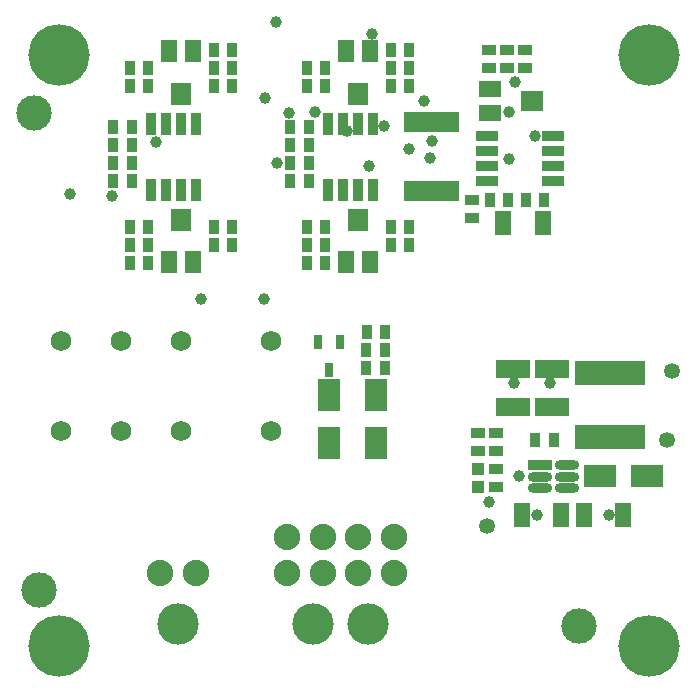
<source format=gts>
G04*
G04 #@! TF.GenerationSoftware,Altium Limited,Altium Designer,21.6.4 (81)*
G04*
G04 Layer_Color=8388736*
%FSLAX25Y25*%
%MOIN*%
G70*
G04*
G04 #@! TF.SameCoordinates,C5008740-255C-4452-9732-2E8642EA51F4*
G04*
G04*
G04 #@! TF.FilePolarity,Negative*
G04*
G01*
G75*
%ADD34R,0.03800X0.04800*%
%ADD35R,0.05500X0.07900*%
%ADD36R,0.07800X0.03300*%
%ADD37R,0.02572X0.06800*%
%ADD38R,0.04800X0.03800*%
%ADD39R,0.07800X0.05800*%
%ADD40R,0.07800X0.07100*%
%ADD41R,0.05800X0.07800*%
%ADD42R,0.07100X0.07800*%
%ADD43R,0.03300X0.07800*%
%ADD44R,0.04300X0.04300*%
%ADD45R,0.11824X0.05918*%
%ADD46C,0.05300*%
%ADD47R,0.23241X0.07887*%
%ADD48R,0.08101X0.03210*%
G04:AMPARAMS|DCode=49|XSize=81.01mil|YSize=32.1mil|CornerRadius=16.05mil|HoleSize=0mil|Usage=FLASHONLY|Rotation=0.000|XOffset=0mil|YOffset=0mil|HoleType=Round|Shape=RoundedRectangle|*
%AMROUNDEDRECTD49*
21,1,0.08101,0.00000,0,0,0.0*
21,1,0.04891,0.03210,0,0,0.0*
1,1,0.03210,0.02445,0.00000*
1,1,0.03210,-0.02445,0.00000*
1,1,0.03210,-0.02445,0.00000*
1,1,0.03210,0.02445,0.00000*
%
%ADD49ROUNDEDRECTD49*%
%ADD50R,0.10642X0.07493*%
%ADD51R,0.07493X0.10642*%
%ADD52R,0.03162X0.04737*%
%ADD53C,0.11811*%
%ADD54C,0.20485*%
%ADD55C,0.02800*%
%ADD56C,0.08800*%
%ADD57C,0.13811*%
%ADD58C,0.06800*%
%ADD59C,0.03950*%
D34*
X390282Y375126D02*
D03*
X396529D02*
D03*
X408529D02*
D03*
X402282D02*
D03*
X363529Y413126D02*
D03*
X357282D02*
D03*
Y419126D02*
D03*
X363529D02*
D03*
Y425126D02*
D03*
X357282D02*
D03*
X363529Y366126D02*
D03*
X357282D02*
D03*
X363529Y360126D02*
D03*
X357282D02*
D03*
X335529Y413126D02*
D03*
X329282D02*
D03*
X335529Y419126D02*
D03*
X329282D02*
D03*
Y354126D02*
D03*
X335529D02*
D03*
Y360126D02*
D03*
X329282D02*
D03*
X323782Y399626D02*
D03*
X330029D02*
D03*
Y393626D02*
D03*
X323782D02*
D03*
Y387626D02*
D03*
X330029D02*
D03*
Y381626D02*
D03*
X323782D02*
D03*
X329282Y366126D02*
D03*
X335529D02*
D03*
X298282Y360126D02*
D03*
X304529D02*
D03*
X276529Y413126D02*
D03*
X270282D02*
D03*
Y366126D02*
D03*
X276529D02*
D03*
X271029Y399626D02*
D03*
X264782D02*
D03*
X276529Y419126D02*
D03*
X270282D02*
D03*
Y354126D02*
D03*
X276529D02*
D03*
Y360126D02*
D03*
X270282D02*
D03*
X264782Y381626D02*
D03*
X271029D02*
D03*
Y387626D02*
D03*
X264782D02*
D03*
Y393626D02*
D03*
X271029D02*
D03*
X304529Y425126D02*
D03*
X298282D02*
D03*
Y419126D02*
D03*
X304529D02*
D03*
Y413126D02*
D03*
X298282D02*
D03*
Y366126D02*
D03*
X304529D02*
D03*
X411571Y295060D02*
D03*
X405324D02*
D03*
X355427Y319173D02*
D03*
X349180D02*
D03*
Y325173D02*
D03*
X355427D02*
D03*
X355530Y331196D02*
D03*
X349283D02*
D03*
D35*
X408014Y367626D02*
D03*
X394797D02*
D03*
X414222Y270028D02*
D03*
X401006D02*
D03*
X434892D02*
D03*
X421675D02*
D03*
D36*
X389405Y386626D02*
D03*
Y381626D02*
D03*
Y396626D02*
D03*
Y391626D02*
D03*
X411406Y386626D02*
D03*
Y381626D02*
D03*
Y396626D02*
D03*
Y391626D02*
D03*
D37*
X363228Y378209D02*
D03*
X365787D02*
D03*
X368347D02*
D03*
X370905D02*
D03*
X373464D02*
D03*
X376024D02*
D03*
X378583D02*
D03*
X368347Y401043D02*
D03*
X370905D02*
D03*
X378583D02*
D03*
X373464D02*
D03*
X376024D02*
D03*
X363228D02*
D03*
X365787D02*
D03*
D38*
X384405Y375250D02*
D03*
Y369002D02*
D03*
X389906Y425250D02*
D03*
Y419002D02*
D03*
X401905Y425250D02*
D03*
Y419002D02*
D03*
X395905D02*
D03*
Y425250D02*
D03*
X392500Y279376D02*
D03*
Y285624D02*
D03*
Y291376D02*
D03*
Y297624D02*
D03*
X386500Y291376D02*
D03*
Y297624D02*
D03*
D39*
X390305Y404189D02*
D03*
Y412063D02*
D03*
D40*
X404405Y408126D02*
D03*
D41*
X342469Y424726D02*
D03*
X350342D02*
D03*
Y354526D02*
D03*
X342469D02*
D03*
X283469D02*
D03*
X291342D02*
D03*
X283469Y424726D02*
D03*
X291342D02*
D03*
D42*
X346406Y410626D02*
D03*
Y368626D02*
D03*
X287405D02*
D03*
Y410626D02*
D03*
D43*
X341406Y400626D02*
D03*
X336405D02*
D03*
X351406D02*
D03*
X346406D02*
D03*
X341406Y378626D02*
D03*
X336405D02*
D03*
X351406D02*
D03*
X346406D02*
D03*
X282405Y400626D02*
D03*
X277406D02*
D03*
X292406D02*
D03*
X287405D02*
D03*
X282405Y378626D02*
D03*
X277406D02*
D03*
X292406D02*
D03*
X287405D02*
D03*
D44*
X386500Y285500D02*
D03*
Y279500D02*
D03*
D45*
X411000Y306101D02*
D03*
Y318899D02*
D03*
X398000Y306101D02*
D03*
Y318899D02*
D03*
D46*
X389500Y266500D02*
D03*
X451000Y318000D02*
D03*
X449500Y295000D02*
D03*
D47*
X430500Y296000D02*
D03*
Y317500D02*
D03*
D48*
X407027Y286675D02*
D03*
D49*
Y282935D02*
D03*
Y279195D02*
D03*
X416084D02*
D03*
Y282935D02*
D03*
Y286675D02*
D03*
D50*
X442748Y283000D02*
D03*
X427000D02*
D03*
D51*
X336803Y294299D02*
D03*
Y310047D02*
D03*
X352303Y294299D02*
D03*
Y310047D02*
D03*
D52*
X336803Y318449D02*
D03*
X333063Y327898D02*
D03*
X340543D02*
D03*
D53*
X240000Y245000D02*
D03*
X420000Y233000D02*
D03*
X238500Y404000D02*
D03*
D54*
X246575Y226575D02*
D03*
X443425Y423425D02*
D03*
X246575D02*
D03*
X443425Y226575D02*
D03*
D55*
X246575Y235075D02*
D03*
X255075Y226575D02*
D03*
X252575Y232575D02*
D03*
X246575Y218075D02*
D03*
X238075Y226575D02*
D03*
X240575Y232575D02*
D03*
Y220575D02*
D03*
X252575D02*
D03*
X443425Y431925D02*
D03*
X451925Y423425D02*
D03*
X449425Y429425D02*
D03*
X443425Y414925D02*
D03*
X434925Y423425D02*
D03*
X437425Y429425D02*
D03*
Y417425D02*
D03*
X449425D02*
D03*
X246575Y431925D02*
D03*
X255075Y423425D02*
D03*
X252575Y429425D02*
D03*
X246575Y414925D02*
D03*
X238075Y423425D02*
D03*
X240575Y429425D02*
D03*
Y417425D02*
D03*
X252575D02*
D03*
X443425Y235075D02*
D03*
X451925Y226575D02*
D03*
X449425Y232575D02*
D03*
X443425Y218075D02*
D03*
X434925Y226575D02*
D03*
X437425Y232575D02*
D03*
Y220575D02*
D03*
X449425D02*
D03*
D56*
X280512Y250984D02*
D03*
X292323D02*
D03*
X334646Y262803D02*
D03*
X346457D02*
D03*
X334646Y250984D02*
D03*
X346457D02*
D03*
X358268D02*
D03*
Y262803D02*
D03*
X322835Y250984D02*
D03*
Y262803D02*
D03*
D57*
X286417Y233984D02*
D03*
X349803D02*
D03*
X331299D02*
D03*
D58*
X247402Y328228D02*
D03*
Y298228D02*
D03*
X267402Y328228D02*
D03*
Y298228D02*
D03*
X287402Y328228D02*
D03*
Y298228D02*
D03*
X317402Y328228D02*
D03*
Y298228D02*
D03*
D59*
X318925Y434425D02*
D03*
X250500Y377000D02*
D03*
X264500Y376500D02*
D03*
X370500Y389000D02*
D03*
X363500Y392000D02*
D03*
X350000Y386500D02*
D03*
X355230Y399771D02*
D03*
X342581Y398159D02*
D03*
X319500Y387500D02*
D03*
X371070Y394834D02*
D03*
X368500Y408000D02*
D03*
X279067Y394584D02*
D03*
X332000Y404425D02*
D03*
X323500Y404000D02*
D03*
X315500Y409000D02*
D03*
X351000Y430500D02*
D03*
X294000Y342000D02*
D03*
X315000D02*
D03*
X405512Y396654D02*
D03*
X398622Y414370D02*
D03*
X396654Y404528D02*
D03*
Y388779D02*
D03*
X398500Y314000D02*
D03*
X410500D02*
D03*
X400166Y283013D02*
D03*
X430000Y270000D02*
D03*
X406111Y270048D02*
D03*
X390000Y274500D02*
D03*
M02*

</source>
